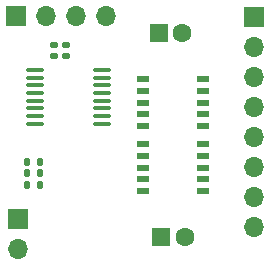
<source format=gts>
%TF.GenerationSoftware,KiCad,Pcbnew,8.0.2*%
%TF.CreationDate,2024-05-07T13:49:06-06:00*%
%TF.ProjectId,encoder_protyping_board_high_current,656e636f-6465-4725-9f70-726f74797069,rev?*%
%TF.SameCoordinates,Original*%
%TF.FileFunction,Soldermask,Top*%
%TF.FilePolarity,Negative*%
%FSLAX46Y46*%
G04 Gerber Fmt 4.6, Leading zero omitted, Abs format (unit mm)*
G04 Created by KiCad (PCBNEW 8.0.2) date 2024-05-07 13:49:06*
%MOMM*%
%LPD*%
G01*
G04 APERTURE LIST*
G04 Aperture macros list*
%AMRoundRect*
0 Rectangle with rounded corners*
0 $1 Rounding radius*
0 $2 $3 $4 $5 $6 $7 $8 $9 X,Y pos of 4 corners*
0 Add a 4 corners polygon primitive as box body*
4,1,4,$2,$3,$4,$5,$6,$7,$8,$9,$2,$3,0*
0 Add four circle primitives for the rounded corners*
1,1,$1+$1,$2,$3*
1,1,$1+$1,$4,$5*
1,1,$1+$1,$6,$7*
1,1,$1+$1,$8,$9*
0 Add four rect primitives between the rounded corners*
20,1,$1+$1,$2,$3,$4,$5,0*
20,1,$1+$1,$4,$5,$6,$7,0*
20,1,$1+$1,$6,$7,$8,$9,0*
20,1,$1+$1,$8,$9,$2,$3,0*%
G04 Aperture macros list end*
%ADD10RoundRect,0.140000X0.170000X-0.140000X0.170000X0.140000X-0.170000X0.140000X-0.170000X-0.140000X0*%
%ADD11RoundRect,0.135000X0.135000X0.185000X-0.135000X0.185000X-0.135000X-0.185000X0.135000X-0.185000X0*%
%ADD12R,1.700000X1.700000*%
%ADD13O,1.700000X1.700000*%
%ADD14R,1.600000X1.600000*%
%ADD15C,1.600000*%
%ADD16RoundRect,0.135000X-0.135000X-0.185000X0.135000X-0.185000X0.135000X0.185000X-0.135000X0.185000X0*%
%ADD17R,1.100000X0.510000*%
%ADD18RoundRect,0.100000X-0.637500X-0.100000X0.637500X-0.100000X0.637500X0.100000X-0.637500X0.100000X0*%
G04 APERTURE END LIST*
D10*
%TO.C,4.7\u00B5F*%
X189800000Y-100480000D03*
X189800000Y-99520000D03*
%TD*%
D11*
%TO.C,1.6K*%
X188550000Y-111400000D03*
X187530000Y-111400000D03*
%TD*%
D12*
%TO.C,J2*%
X186700000Y-114225000D03*
D13*
X186700000Y-116765000D03*
%TD*%
D10*
%TO.C,10nF*%
X190780000Y-100480000D03*
X190780000Y-99520000D03*
%TD*%
D14*
%TO.C,4.7\u00B5F*%
X198844888Y-115800000D03*
D15*
X200844888Y-115800000D03*
%TD*%
D16*
%TO.C,1.6K*%
X187530000Y-110400000D03*
X188550000Y-110400000D03*
%TD*%
D12*
%TO.C,J3*%
X186600000Y-97100000D03*
D13*
X189140000Y-97100000D03*
X191680000Y-97100000D03*
X194220000Y-97100000D03*
%TD*%
D12*
%TO.C,J1*%
X206750000Y-97150000D03*
D13*
X206750000Y-99690000D03*
X206750000Y-102230000D03*
X206750000Y-104770000D03*
X206750000Y-107310000D03*
X206750000Y-109850000D03*
X206750000Y-112390000D03*
X206750000Y-114930000D03*
%TD*%
D17*
%TO.C,A3909*%
X197294888Y-102400000D03*
X197294888Y-103400000D03*
X197294888Y-104400000D03*
X197294888Y-105400000D03*
X197294888Y-106400000D03*
X202394888Y-106400000D03*
X202394888Y-105400000D03*
X202394888Y-104400000D03*
X202394888Y-103400000D03*
X202394888Y-102400000D03*
%TD*%
D16*
%TO.C,1.2K*%
X187530000Y-109400000D03*
X188550000Y-109400000D03*
%TD*%
D17*
%TO.C,A3909*%
X197294888Y-107900000D03*
X197294888Y-108900000D03*
X197294888Y-109900000D03*
X197294888Y-110900000D03*
X197294888Y-111900000D03*
X202394888Y-111900000D03*
X202394888Y-110900000D03*
X202394888Y-109900000D03*
X202394888Y-108900000D03*
X202394888Y-107900000D03*
%TD*%
D18*
%TO.C,PCA9629A*%
X188137500Y-101625000D03*
X188137500Y-102275000D03*
X188137500Y-102925000D03*
X188137500Y-103575000D03*
X188137500Y-104225000D03*
X188137500Y-104875000D03*
X188137500Y-105525000D03*
X188137500Y-106175000D03*
X193862500Y-106175000D03*
X193862500Y-105525000D03*
X193862500Y-104875000D03*
X193862500Y-104225000D03*
X193862500Y-103575000D03*
X193862500Y-102925000D03*
X193862500Y-102275000D03*
X193862500Y-101625000D03*
%TD*%
D14*
%TO.C,4.7\u00B5F*%
X198644888Y-98500000D03*
D15*
X200644888Y-98500000D03*
%TD*%
M02*

</source>
